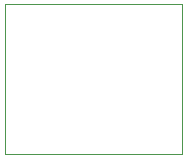
<source format=gbr>
%TF.GenerationSoftware,KiCad,Pcbnew,9.0.1+dfsg-1*%
%TF.CreationDate,2025-05-01T10:58:03+02:00*%
%TF.ProjectId,battery-connector,62617474-6572-4792-9d63-6f6e6e656374,rev?*%
%TF.SameCoordinates,Original*%
%TF.FileFunction,Profile,NP*%
%FSLAX46Y46*%
G04 Gerber Fmt 4.6, Leading zero omitted, Abs format (unit mm)*
G04 Created by KiCad (PCBNEW 9.0.1+dfsg-1) date 2025-05-01 10:58:03*
%MOMM*%
%LPD*%
G01*
G04 APERTURE LIST*
%TA.AperFunction,Profile*%
%ADD10C,0.050000*%
%TD*%
G04 APERTURE END LIST*
D10*
%TO.C,M1*%
X60352000Y-54610000D02*
X60352000Y-67310000D01*
X75352000Y-54610000D02*
X60352000Y-54610000D01*
X75352000Y-54610000D02*
X75352000Y-67310000D01*
X75352000Y-67310000D02*
X60352000Y-67310000D01*
%TD*%
M02*

</source>
